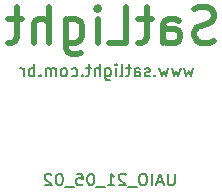
<source format=gbr>
%TF.GenerationSoftware,KiCad,Pcbnew,(5.1.10)-1*%
%TF.CreationDate,2021-05-10T23:52:44-03:00*%
%TF.ProjectId,MGA_02,4d47415f-3032-42e6-9b69-6361645f7063,rev?*%
%TF.SameCoordinates,Original*%
%TF.FileFunction,Legend,Bot*%
%TF.FilePolarity,Positive*%
%FSLAX46Y46*%
G04 Gerber Fmt 4.6, Leading zero omitted, Abs format (unit mm)*
G04 Created by KiCad (PCBNEW (5.1.10)-1) date 2021-05-10 23:52:44*
%MOMM*%
%LPD*%
G01*
G04 APERTURE LIST*
%ADD10C,0.150000*%
%ADD11C,0.500000*%
G04 APERTURE END LIST*
D10*
X104476190Y-126202380D02*
X104476190Y-127011904D01*
X104428571Y-127107142D01*
X104380952Y-127154761D01*
X104285714Y-127202380D01*
X104095238Y-127202380D01*
X104000000Y-127154761D01*
X103952380Y-127107142D01*
X103904761Y-127011904D01*
X103904761Y-126202380D01*
X103476190Y-126916666D02*
X103000000Y-126916666D01*
X103571428Y-127202380D02*
X103238095Y-126202380D01*
X102904761Y-127202380D01*
X102571428Y-127202380D02*
X102571428Y-126202380D01*
X101904761Y-126202380D02*
X101714285Y-126202380D01*
X101619047Y-126250000D01*
X101523809Y-126345238D01*
X101476190Y-126535714D01*
X101476190Y-126869047D01*
X101523809Y-127059523D01*
X101619047Y-127154761D01*
X101714285Y-127202380D01*
X101904761Y-127202380D01*
X102000000Y-127154761D01*
X102095238Y-127059523D01*
X102142857Y-126869047D01*
X102142857Y-126535714D01*
X102095238Y-126345238D01*
X102000000Y-126250000D01*
X101904761Y-126202380D01*
X101285714Y-127297619D02*
X100523809Y-127297619D01*
X100333333Y-126297619D02*
X100285714Y-126250000D01*
X100190476Y-126202380D01*
X99952380Y-126202380D01*
X99857142Y-126250000D01*
X99809523Y-126297619D01*
X99761904Y-126392857D01*
X99761904Y-126488095D01*
X99809523Y-126630952D01*
X100380952Y-127202380D01*
X99761904Y-127202380D01*
X98809523Y-127202380D02*
X99380952Y-127202380D01*
X99095238Y-127202380D02*
X99095238Y-126202380D01*
X99190476Y-126345238D01*
X99285714Y-126440476D01*
X99380952Y-126488095D01*
X98619047Y-127297619D02*
X97857142Y-127297619D01*
X97428571Y-126202380D02*
X97333333Y-126202380D01*
X97238095Y-126250000D01*
X97190476Y-126297619D01*
X97142857Y-126392857D01*
X97095238Y-126583333D01*
X97095238Y-126821428D01*
X97142857Y-127011904D01*
X97190476Y-127107142D01*
X97238095Y-127154761D01*
X97333333Y-127202380D01*
X97428571Y-127202380D01*
X97523809Y-127154761D01*
X97571428Y-127107142D01*
X97619047Y-127011904D01*
X97666666Y-126821428D01*
X97666666Y-126583333D01*
X97619047Y-126392857D01*
X97571428Y-126297619D01*
X97523809Y-126250000D01*
X97428571Y-126202380D01*
X96190476Y-126202380D02*
X96666666Y-126202380D01*
X96714285Y-126678571D01*
X96666666Y-126630952D01*
X96571428Y-126583333D01*
X96333333Y-126583333D01*
X96238095Y-126630952D01*
X96190476Y-126678571D01*
X96142857Y-126773809D01*
X96142857Y-127011904D01*
X96190476Y-127107142D01*
X96238095Y-127154761D01*
X96333333Y-127202380D01*
X96571428Y-127202380D01*
X96666666Y-127154761D01*
X96714285Y-127107142D01*
X95952380Y-127297619D02*
X95190476Y-127297619D01*
X94761904Y-126202380D02*
X94666666Y-126202380D01*
X94571428Y-126250000D01*
X94523809Y-126297619D01*
X94476190Y-126392857D01*
X94428571Y-126583333D01*
X94428571Y-126821428D01*
X94476190Y-127011904D01*
X94523809Y-127107142D01*
X94571428Y-127154761D01*
X94666666Y-127202380D01*
X94761904Y-127202380D01*
X94857142Y-127154761D01*
X94904761Y-127107142D01*
X94952380Y-127011904D01*
X95000000Y-126821428D01*
X95000000Y-126583333D01*
X94952380Y-126392857D01*
X94904761Y-126297619D01*
X94857142Y-126250000D01*
X94761904Y-126202380D01*
X94047619Y-126297619D02*
X94000000Y-126250000D01*
X93904761Y-126202380D01*
X93666666Y-126202380D01*
X93571428Y-126250000D01*
X93523809Y-126297619D01*
X93476190Y-126392857D01*
X93476190Y-126488095D01*
X93523809Y-126630952D01*
X94095238Y-127202380D01*
X93476190Y-127202380D01*
X106035714Y-117285714D02*
X105845238Y-117952380D01*
X105654761Y-117476190D01*
X105464285Y-117952380D01*
X105273809Y-117285714D01*
X104988095Y-117285714D02*
X104797619Y-117952380D01*
X104607142Y-117476190D01*
X104416666Y-117952380D01*
X104226190Y-117285714D01*
X103940476Y-117285714D02*
X103750000Y-117952380D01*
X103559523Y-117476190D01*
X103369047Y-117952380D01*
X103178571Y-117285714D01*
X102797619Y-117857142D02*
X102750000Y-117904761D01*
X102797619Y-117952380D01*
X102845238Y-117904761D01*
X102797619Y-117857142D01*
X102797619Y-117952380D01*
X102369047Y-117904761D02*
X102273809Y-117952380D01*
X102083333Y-117952380D01*
X101988095Y-117904761D01*
X101940476Y-117809523D01*
X101940476Y-117761904D01*
X101988095Y-117666666D01*
X102083333Y-117619047D01*
X102226190Y-117619047D01*
X102321428Y-117571428D01*
X102369047Y-117476190D01*
X102369047Y-117428571D01*
X102321428Y-117333333D01*
X102226190Y-117285714D01*
X102083333Y-117285714D01*
X101988095Y-117333333D01*
X101083333Y-117952380D02*
X101083333Y-117428571D01*
X101130952Y-117333333D01*
X101226190Y-117285714D01*
X101416666Y-117285714D01*
X101511904Y-117333333D01*
X101083333Y-117904761D02*
X101178571Y-117952380D01*
X101416666Y-117952380D01*
X101511904Y-117904761D01*
X101559523Y-117809523D01*
X101559523Y-117714285D01*
X101511904Y-117619047D01*
X101416666Y-117571428D01*
X101178571Y-117571428D01*
X101083333Y-117523809D01*
X100750000Y-117285714D02*
X100369047Y-117285714D01*
X100607142Y-116952380D02*
X100607142Y-117809523D01*
X100559523Y-117904761D01*
X100464285Y-117952380D01*
X100369047Y-117952380D01*
X99892857Y-117952380D02*
X99988095Y-117904761D01*
X100035714Y-117809523D01*
X100035714Y-116952380D01*
X99511904Y-117952380D02*
X99511904Y-117285714D01*
X99511904Y-116952380D02*
X99559523Y-117000000D01*
X99511904Y-117047619D01*
X99464285Y-117000000D01*
X99511904Y-116952380D01*
X99511904Y-117047619D01*
X98607142Y-117285714D02*
X98607142Y-118095238D01*
X98654761Y-118190476D01*
X98702380Y-118238095D01*
X98797619Y-118285714D01*
X98940476Y-118285714D01*
X99035714Y-118238095D01*
X98607142Y-117904761D02*
X98702380Y-117952380D01*
X98892857Y-117952380D01*
X98988095Y-117904761D01*
X99035714Y-117857142D01*
X99083333Y-117761904D01*
X99083333Y-117476190D01*
X99035714Y-117380952D01*
X98988095Y-117333333D01*
X98892857Y-117285714D01*
X98702380Y-117285714D01*
X98607142Y-117333333D01*
X98130952Y-117952380D02*
X98130952Y-116952380D01*
X97702380Y-117952380D02*
X97702380Y-117428571D01*
X97750000Y-117333333D01*
X97845238Y-117285714D01*
X97988095Y-117285714D01*
X98083333Y-117333333D01*
X98130952Y-117380952D01*
X97369047Y-117285714D02*
X96988095Y-117285714D01*
X97226190Y-116952380D02*
X97226190Y-117809523D01*
X97178571Y-117904761D01*
X97083333Y-117952380D01*
X96988095Y-117952380D01*
X96654761Y-117857142D02*
X96607142Y-117904761D01*
X96654761Y-117952380D01*
X96702380Y-117904761D01*
X96654761Y-117857142D01*
X96654761Y-117952380D01*
X95750000Y-117904761D02*
X95845238Y-117952380D01*
X96035714Y-117952380D01*
X96130952Y-117904761D01*
X96178571Y-117857142D01*
X96226190Y-117761904D01*
X96226190Y-117476190D01*
X96178571Y-117380952D01*
X96130952Y-117333333D01*
X96035714Y-117285714D01*
X95845238Y-117285714D01*
X95750000Y-117333333D01*
X95178571Y-117952380D02*
X95273809Y-117904761D01*
X95321428Y-117857142D01*
X95369047Y-117761904D01*
X95369047Y-117476190D01*
X95321428Y-117380952D01*
X95273809Y-117333333D01*
X95178571Y-117285714D01*
X95035714Y-117285714D01*
X94940476Y-117333333D01*
X94892857Y-117380952D01*
X94845238Y-117476190D01*
X94845238Y-117761904D01*
X94892857Y-117857142D01*
X94940476Y-117904761D01*
X95035714Y-117952380D01*
X95178571Y-117952380D01*
X94416666Y-117952380D02*
X94416666Y-117285714D01*
X94416666Y-117380952D02*
X94369047Y-117333333D01*
X94273809Y-117285714D01*
X94130952Y-117285714D01*
X94035714Y-117333333D01*
X93988095Y-117428571D01*
X93988095Y-117952380D01*
X93988095Y-117428571D02*
X93940476Y-117333333D01*
X93845238Y-117285714D01*
X93702380Y-117285714D01*
X93607142Y-117333333D01*
X93559523Y-117428571D01*
X93559523Y-117952380D01*
X93083333Y-117857142D02*
X93035714Y-117904761D01*
X93083333Y-117952380D01*
X93130952Y-117904761D01*
X93083333Y-117857142D01*
X93083333Y-117952380D01*
X92607142Y-117952380D02*
X92607142Y-116952380D01*
X92607142Y-117333333D02*
X92511904Y-117285714D01*
X92321428Y-117285714D01*
X92226190Y-117333333D01*
X92178571Y-117380952D01*
X92130952Y-117476190D01*
X92130952Y-117761904D01*
X92178571Y-117857142D01*
X92226190Y-117904761D01*
X92321428Y-117952380D01*
X92511904Y-117952380D01*
X92607142Y-117904761D01*
X91702380Y-117952380D02*
X91702380Y-117285714D01*
X91702380Y-117476190D02*
X91654761Y-117380952D01*
X91607142Y-117333333D01*
X91511904Y-117285714D01*
X91416666Y-117285714D01*
D11*
X107821428Y-114964285D02*
X107392857Y-115107142D01*
X106678571Y-115107142D01*
X106392857Y-114964285D01*
X106250000Y-114821428D01*
X106107142Y-114535714D01*
X106107142Y-114250000D01*
X106250000Y-113964285D01*
X106392857Y-113821428D01*
X106678571Y-113678571D01*
X107250000Y-113535714D01*
X107535714Y-113392857D01*
X107678571Y-113250000D01*
X107821428Y-112964285D01*
X107821428Y-112678571D01*
X107678571Y-112392857D01*
X107535714Y-112250000D01*
X107250000Y-112107142D01*
X106535714Y-112107142D01*
X106107142Y-112250000D01*
X103535714Y-115107142D02*
X103535714Y-113535714D01*
X103678571Y-113250000D01*
X103964285Y-113107142D01*
X104535714Y-113107142D01*
X104821428Y-113250000D01*
X103535714Y-114964285D02*
X103821428Y-115107142D01*
X104535714Y-115107142D01*
X104821428Y-114964285D01*
X104964285Y-114678571D01*
X104964285Y-114392857D01*
X104821428Y-114107142D01*
X104535714Y-113964285D01*
X103821428Y-113964285D01*
X103535714Y-113821428D01*
X102535714Y-113107142D02*
X101392857Y-113107142D01*
X102107142Y-112107142D02*
X102107142Y-114678571D01*
X101964285Y-114964285D01*
X101678571Y-115107142D01*
X101392857Y-115107142D01*
X98964285Y-115107142D02*
X100392857Y-115107142D01*
X100392857Y-112107142D01*
X97964285Y-115107142D02*
X97964285Y-113107142D01*
X97964285Y-112107142D02*
X98107142Y-112250000D01*
X97964285Y-112392857D01*
X97821428Y-112250000D01*
X97964285Y-112107142D01*
X97964285Y-112392857D01*
X95250000Y-113107142D02*
X95250000Y-115535714D01*
X95392857Y-115821428D01*
X95535714Y-115964285D01*
X95821428Y-116107142D01*
X96250000Y-116107142D01*
X96535714Y-115964285D01*
X95250000Y-114964285D02*
X95535714Y-115107142D01*
X96107142Y-115107142D01*
X96392857Y-114964285D01*
X96535714Y-114821428D01*
X96678571Y-114535714D01*
X96678571Y-113678571D01*
X96535714Y-113392857D01*
X96392857Y-113250000D01*
X96107142Y-113107142D01*
X95535714Y-113107142D01*
X95250000Y-113250000D01*
X93821428Y-115107142D02*
X93821428Y-112107142D01*
X92535714Y-115107142D02*
X92535714Y-113535714D01*
X92678571Y-113250000D01*
X92964285Y-113107142D01*
X93392857Y-113107142D01*
X93678571Y-113250000D01*
X93821428Y-113392857D01*
X91535714Y-113107142D02*
X90392857Y-113107142D01*
X91107142Y-112107142D02*
X91107142Y-114678571D01*
X90964285Y-114964285D01*
X90678571Y-115107142D01*
X90392857Y-115107142D01*
M02*

</source>
